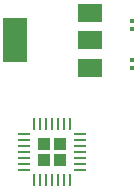
<source format=gbp>
%TF.GenerationSoftware,KiCad,Pcbnew,(5.99.0-11435-g252647e93c)*%
%TF.CreationDate,2021-07-20T11:27:32+10:00*%
%TF.ProjectId,ESP32 Clone devkit,45535033-3220-4436-9c6f-6e6520646576,1*%
%TF.SameCoordinates,Original*%
%TF.FileFunction,Paste,Bot*%
%TF.FilePolarity,Positive*%
%FSLAX46Y46*%
G04 Gerber Fmt 4.6, Leading zero omitted, Abs format (unit mm)*
G04 Created by KiCad (PCBNEW (5.99.0-11435-g252647e93c)) date 2021-07-20 11:27:32*
%MOMM*%
%LPD*%
G01*
G04 APERTURE LIST*
G04 Aperture macros list*
%AMRoundRect*
0 Rectangle with rounded corners*
0 $1 Rounding radius*
0 $2 $3 $4 $5 $6 $7 $8 $9 X,Y pos of 4 corners*
0 Add a 4 corners polygon primitive as box body*
4,1,4,$2,$3,$4,$5,$6,$7,$8,$9,$2,$3,0*
0 Add four circle primitives for the rounded corners*
1,1,$1+$1,$2,$3*
1,1,$1+$1,$4,$5*
1,1,$1+$1,$6,$7*
1,1,$1+$1,$8,$9*
0 Add four rect primitives between the rounded corners*
20,1,$1+$1,$2,$3,$4,$5,0*
20,1,$1+$1,$4,$5,$6,$7,0*
20,1,$1+$1,$6,$7,$8,$9,0*
20,1,$1+$1,$8,$9,$2,$3,0*%
G04 Aperture macros list end*
%ADD10R,2.000000X1.500000*%
%ADD11R,2.000000X3.800000*%
%ADD12RoundRect,0.250000X0.295000X0.295000X-0.295000X0.295000X-0.295000X-0.295000X0.295000X-0.295000X0*%
%ADD13RoundRect,0.062500X0.062500X0.425000X-0.062500X0.425000X-0.062500X-0.425000X0.062500X-0.425000X0*%
%ADD14RoundRect,0.062500X0.425000X0.062500X-0.425000X0.062500X-0.425000X-0.062500X0.425000X-0.062500X0*%
%ADD15RoundRect,0.079500X0.100500X-0.079500X0.100500X0.079500X-0.100500X0.079500X-0.100500X-0.079500X0*%
G04 APERTURE END LIST*
D10*
%TO.C,U2*%
X92050000Y-94728000D03*
X92050000Y-99328000D03*
X92050000Y-97028000D03*
D11*
X85750000Y-97028000D03*
%TD*%
D12*
%TO.C,U1*%
X88183000Y-107137000D03*
X88183000Y-105787000D03*
X89533000Y-107137000D03*
X89533000Y-105787000D03*
D13*
X90358000Y-104099500D03*
X89858000Y-104099500D03*
X89358000Y-104099500D03*
X88858000Y-104099500D03*
X88358000Y-104099500D03*
X87858000Y-104099500D03*
X87358000Y-104099500D03*
D14*
X86495500Y-104962000D03*
X86495500Y-105462000D03*
X86495500Y-105962000D03*
X86495500Y-106462000D03*
X86495500Y-106962000D03*
X86495500Y-107462000D03*
X86495500Y-107962000D03*
D13*
X87358000Y-108824500D03*
X87858000Y-108824500D03*
X88358000Y-108824500D03*
X88858000Y-108824500D03*
X89358000Y-108824500D03*
X89858000Y-108824500D03*
X90358000Y-108824500D03*
D14*
X91220500Y-107962000D03*
X91220500Y-107462000D03*
X91220500Y-106962000D03*
X91220500Y-106462000D03*
X91220500Y-105962000D03*
X91220500Y-105462000D03*
X91220500Y-104962000D03*
%TD*%
D15*
%TO.C,C3*%
X95656400Y-95413000D03*
X95656400Y-96103000D03*
%TD*%
%TO.C,C1*%
X95656400Y-98715000D03*
X95656400Y-99405000D03*
%TD*%
M02*

</source>
